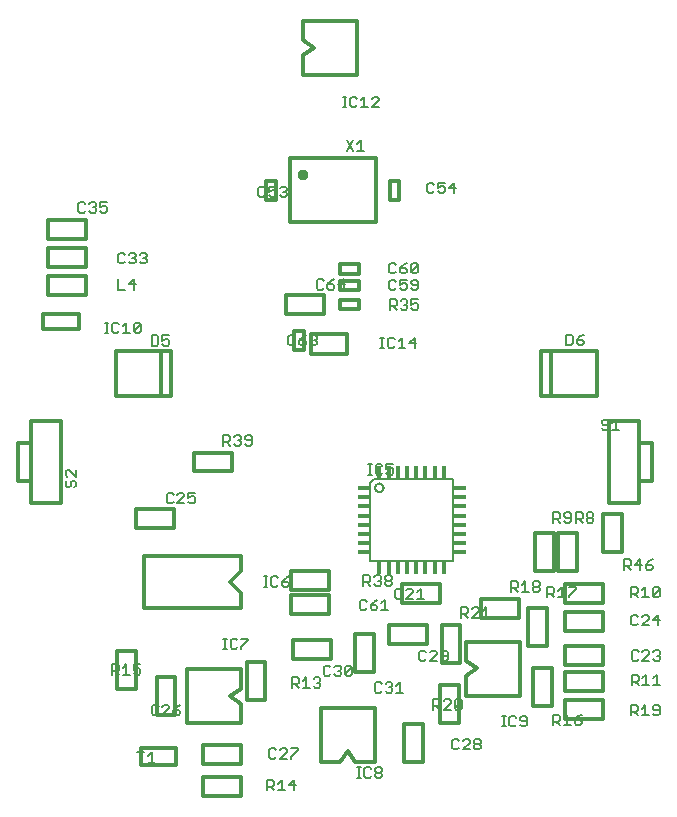
<source format=gbo>
G75*
G70*
%OFA0B0*%
%FSLAX24Y24*%
%IPPOS*%
%LPD*%
%AMOC8*
5,1,8,0,0,1.08239X$1,22.5*
%
%ADD10C,0.0118*%
%ADD11C,0.0050*%
%ADD12C,0.0060*%
%ADD13R,0.0180X0.0390*%
%ADD14R,0.0180X0.0390*%
%ADD15R,0.0390X0.0180*%
%ADD16R,0.0390X0.0180*%
%ADD17C,0.0375*%
D10*
X004002Y006249D02*
X004631Y006249D01*
X004631Y007509D01*
X004002Y007509D01*
X004002Y006249D01*
X005314Y006634D02*
X005314Y005374D01*
X005944Y005374D01*
X005944Y006634D01*
X005314Y006634D01*
X006324Y006919D02*
X006324Y005119D01*
X008124Y005119D01*
X008124Y005719D01*
X008129Y005754D02*
X007754Y006004D01*
X008129Y006254D01*
X008124Y006319D02*
X008124Y006919D01*
X006324Y006919D01*
X004884Y008941D02*
X004884Y010691D01*
X008124Y010691D01*
X008124Y010191D01*
X008129Y010191D02*
X007754Y009817D01*
X008129Y009441D01*
X008124Y009441D02*
X008124Y008941D01*
X004884Y008941D01*
X004624Y011626D02*
X005884Y011626D01*
X005884Y012256D01*
X004624Y012256D01*
X004624Y011626D01*
X006561Y013502D02*
X007821Y013502D01*
X007821Y014131D01*
X006561Y014131D01*
X006561Y013502D01*
X005804Y016006D02*
X005469Y016006D01*
X005469Y017502D01*
X005804Y017502D01*
X005804Y016006D01*
X005469Y016006D02*
X003954Y016006D01*
X003954Y017502D01*
X005469Y017502D01*
X002946Y019376D02*
X002946Y020006D01*
X001687Y020006D01*
X001687Y019376D01*
X002946Y019376D01*
X002729Y018744D02*
X002729Y018264D01*
X001529Y018264D01*
X001529Y018744D01*
X002729Y018744D01*
X002946Y020314D02*
X001687Y020314D01*
X001687Y020944D01*
X002946Y020944D01*
X002946Y020314D01*
X002946Y021252D02*
X002946Y021881D01*
X001687Y021881D01*
X001687Y021252D01*
X002946Y021252D01*
X002129Y015191D02*
X001129Y015191D01*
X001129Y014441D01*
X001129Y013192D01*
X000691Y013192D01*
X000691Y014441D01*
X001129Y014441D01*
X001129Y013192D02*
X001129Y012442D01*
X002129Y012442D01*
X002129Y015191D01*
X008314Y007134D02*
X008944Y007134D01*
X008944Y005874D01*
X008314Y005874D01*
X008314Y007134D01*
X009874Y007252D02*
X009874Y007881D01*
X011134Y007881D01*
X011134Y007252D01*
X009874Y007252D01*
X009811Y008752D02*
X011071Y008752D01*
X011071Y009381D01*
X009811Y009381D01*
X009811Y008752D01*
X009811Y009564D02*
X011071Y009564D01*
X011071Y010194D01*
X009811Y010194D01*
X009811Y009564D01*
X011939Y008071D02*
X011939Y006811D01*
X012569Y006811D01*
X012569Y008071D01*
X011939Y008071D01*
X013061Y008381D02*
X013061Y007752D01*
X014321Y007752D01*
X014321Y008381D01*
X013061Y008381D01*
X013499Y009126D02*
X014759Y009126D01*
X014759Y009756D01*
X013499Y009756D01*
X013499Y009126D01*
X014814Y008384D02*
X014814Y007124D01*
X015444Y007124D01*
X015444Y008384D01*
X014814Y008384D01*
X015634Y007826D02*
X015634Y007226D01*
X015629Y007192D02*
X016004Y006941D01*
X015629Y006692D01*
X015634Y006626D02*
X015634Y006026D01*
X017434Y006026D01*
X017434Y007826D01*
X015634Y007826D01*
X016124Y008626D02*
X016124Y009256D01*
X017384Y009256D01*
X017384Y008626D01*
X016124Y008626D01*
X017689Y008946D02*
X017689Y007687D01*
X018319Y007687D01*
X018319Y008946D01*
X017689Y008946D01*
X017939Y010187D02*
X018569Y010187D01*
X018569Y011446D01*
X017939Y011446D01*
X017939Y010187D01*
X018689Y010187D02*
X018689Y011446D01*
X019319Y011446D01*
X019319Y010187D01*
X018689Y010187D01*
X018937Y009756D02*
X018937Y009126D01*
X020196Y009126D01*
X020196Y009756D01*
X018937Y009756D01*
X018937Y008819D02*
X018937Y008189D01*
X020196Y008189D01*
X020196Y008819D01*
X018937Y008819D01*
X018937Y007694D02*
X018937Y007064D01*
X020196Y007064D01*
X020196Y007694D01*
X018937Y007694D01*
X018506Y006946D02*
X017876Y006946D01*
X017876Y005687D01*
X018506Y005687D01*
X018506Y006946D01*
X018937Y006819D02*
X018937Y006189D01*
X020196Y006189D01*
X020196Y006819D01*
X018937Y006819D01*
X018937Y005881D02*
X018937Y005252D01*
X020196Y005252D01*
X020196Y005881D01*
X018937Y005881D01*
X020189Y010811D02*
X020819Y010811D01*
X020819Y012071D01*
X020189Y012071D01*
X020189Y010811D01*
X020379Y012442D02*
X021379Y012442D01*
X021379Y013192D01*
X021379Y014441D01*
X021816Y014441D01*
X021816Y013192D01*
X021379Y013192D01*
X021379Y014441D02*
X021379Y015191D01*
X020379Y015191D01*
X020379Y012442D01*
X019992Y016006D02*
X018476Y016006D01*
X018476Y017502D01*
X019992Y017502D01*
X019992Y016006D01*
X018476Y016006D02*
X018141Y016006D01*
X018141Y017502D01*
X018476Y017502D01*
X013411Y022564D02*
X013096Y022564D01*
X013096Y023194D01*
X013411Y023194D01*
X013411Y022564D01*
X012629Y021816D02*
X012629Y023941D01*
X009754Y023941D01*
X009754Y021816D01*
X012629Y021816D01*
X012069Y020411D02*
X012069Y020096D01*
X011439Y020096D01*
X011439Y020411D01*
X012069Y020411D01*
X012069Y019849D02*
X012069Y019534D01*
X011439Y019534D01*
X011439Y019849D01*
X012069Y019849D01*
X012069Y019224D02*
X012069Y018909D01*
X011439Y018909D01*
X011439Y019224D01*
X012069Y019224D01*
X011677Y018089D02*
X011677Y017419D01*
X010456Y017419D01*
X010456Y018089D01*
X011677Y018089D01*
X010884Y018752D02*
X010884Y019381D01*
X009624Y019381D01*
X009624Y018752D01*
X010884Y018752D01*
X010224Y018194D02*
X010224Y017564D01*
X009909Y017564D01*
X009909Y018194D01*
X010224Y018194D01*
X009286Y022564D02*
X008971Y022564D01*
X008971Y023194D01*
X009286Y023194D01*
X009286Y022564D01*
X010196Y026714D02*
X010196Y027314D01*
X010191Y027379D02*
X010567Y027629D01*
X010191Y027879D01*
X010196Y027914D02*
X010196Y028514D01*
X011996Y028514D01*
X011996Y026714D01*
X010196Y026714D01*
X014752Y006384D02*
X014752Y005124D01*
X015381Y005124D01*
X015381Y006384D01*
X014752Y006384D01*
X014194Y005071D02*
X013564Y005071D01*
X013564Y003811D01*
X014194Y003811D01*
X014194Y005071D01*
X012607Y005621D02*
X012607Y003821D01*
X012007Y003821D01*
X011941Y003816D02*
X011692Y004191D01*
X011441Y003816D01*
X011407Y003821D02*
X010807Y003821D01*
X010807Y005621D01*
X012607Y005621D01*
X008134Y004381D02*
X008134Y003752D01*
X006874Y003752D01*
X006874Y004381D01*
X008134Y004381D01*
X008134Y003319D02*
X006874Y003319D01*
X006874Y002689D01*
X008134Y002689D01*
X008134Y003319D01*
X005969Y003728D02*
X004788Y003728D01*
X004788Y004280D01*
X005969Y004280D01*
X005969Y003728D01*
D11*
X005266Y003796D02*
X005037Y003796D01*
X005152Y003796D02*
X005152Y004140D01*
X005037Y004026D01*
X004904Y004140D02*
X004675Y004140D01*
X004789Y004140D02*
X004789Y003796D01*
X005206Y005377D02*
X005148Y005434D01*
X005148Y005663D01*
X005206Y005721D01*
X005320Y005721D01*
X005378Y005663D01*
X005511Y005663D02*
X005568Y005721D01*
X005683Y005721D01*
X005740Y005663D01*
X005740Y005606D01*
X005511Y005377D01*
X005740Y005377D01*
X005873Y005434D02*
X005873Y005549D01*
X006045Y005549D01*
X006102Y005491D01*
X006102Y005434D01*
X006045Y005377D01*
X005931Y005377D01*
X005873Y005434D01*
X005873Y005549D02*
X005988Y005663D01*
X006102Y005721D01*
X005378Y005434D02*
X005320Y005377D01*
X005206Y005377D01*
X004718Y006725D02*
X004603Y006725D01*
X004546Y006782D01*
X004546Y006897D02*
X004661Y006954D01*
X004718Y006954D01*
X004775Y006897D01*
X004775Y006782D01*
X004718Y006725D01*
X004546Y006897D02*
X004546Y007069D01*
X004775Y007069D01*
X004298Y007069D02*
X004298Y006725D01*
X004184Y006725D02*
X004413Y006725D01*
X004184Y006954D02*
X004298Y007069D01*
X004050Y007012D02*
X004050Y006897D01*
X003993Y006840D01*
X003821Y006840D01*
X003936Y006840D02*
X004050Y006725D01*
X003821Y006725D02*
X003821Y007069D01*
X003993Y007069D01*
X004050Y007012D01*
X007536Y007584D02*
X007651Y007584D01*
X007593Y007584D02*
X007593Y007928D01*
X007536Y007928D02*
X007651Y007928D01*
X007778Y007870D02*
X007778Y007641D01*
X007835Y007584D01*
X007950Y007584D01*
X008007Y007641D01*
X008140Y007641D02*
X008140Y007584D01*
X008140Y007641D02*
X008369Y007870D01*
X008369Y007928D01*
X008140Y007928D01*
X008007Y007870D02*
X007950Y007928D01*
X007835Y007928D01*
X007778Y007870D01*
X008894Y009654D02*
X009009Y009654D01*
X008952Y009654D02*
X008952Y009998D01*
X009009Y009998D02*
X008894Y009998D01*
X009136Y009940D02*
X009136Y009711D01*
X009193Y009654D01*
X009308Y009654D01*
X009365Y009711D01*
X009498Y009711D02*
X009498Y009826D01*
X009670Y009826D01*
X009728Y009768D01*
X009728Y009711D01*
X009670Y009654D01*
X009556Y009654D01*
X009498Y009711D01*
X009498Y009826D02*
X009613Y009940D01*
X009728Y009998D01*
X009365Y009940D02*
X009308Y009998D01*
X009193Y009998D01*
X009136Y009940D01*
X010935Y007023D02*
X010878Y006966D01*
X010878Y006736D01*
X010935Y006679D01*
X011050Y006679D01*
X011107Y006736D01*
X011241Y006736D02*
X011298Y006679D01*
X011413Y006679D01*
X011470Y006736D01*
X011470Y006794D01*
X011413Y006851D01*
X011355Y006851D01*
X011413Y006851D02*
X011470Y006908D01*
X011470Y006966D01*
X011413Y007023D01*
X011298Y007023D01*
X011241Y006966D01*
X011107Y006966D02*
X011050Y007023D01*
X010935Y007023D01*
X010718Y006632D02*
X010775Y006575D01*
X010775Y006517D01*
X010718Y006460D01*
X010775Y006403D01*
X010775Y006345D01*
X010718Y006288D01*
X010603Y006288D01*
X010546Y006345D01*
X010413Y006288D02*
X010184Y006288D01*
X010298Y006288D02*
X010298Y006632D01*
X010184Y006517D01*
X010050Y006460D02*
X009993Y006403D01*
X009821Y006403D01*
X009936Y006403D02*
X010050Y006288D01*
X010050Y006460D02*
X010050Y006575D01*
X009993Y006632D01*
X009821Y006632D01*
X009821Y006288D01*
X010546Y006575D02*
X010603Y006632D01*
X010718Y006632D01*
X010718Y006460D02*
X010661Y006460D01*
X011603Y006736D02*
X011832Y006966D01*
X011832Y006736D01*
X011775Y006679D01*
X011660Y006679D01*
X011603Y006736D01*
X011603Y006966D01*
X011660Y007023D01*
X011775Y007023D01*
X011832Y006966D01*
X012586Y006413D02*
X012586Y006184D01*
X012643Y006126D01*
X012758Y006126D01*
X012815Y006184D01*
X012948Y006184D02*
X013005Y006126D01*
X013120Y006126D01*
X013177Y006184D01*
X013177Y006241D01*
X013120Y006298D01*
X013063Y006298D01*
X013120Y006298D02*
X013177Y006355D01*
X013177Y006413D01*
X013120Y006470D01*
X013005Y006470D01*
X012948Y006413D01*
X012815Y006413D02*
X012758Y006470D01*
X012643Y006470D01*
X012586Y006413D01*
X013311Y006355D02*
X013425Y006470D01*
X013425Y006126D01*
X013311Y006126D02*
X013540Y006126D01*
X014523Y005908D02*
X014523Y005564D01*
X014523Y005679D02*
X014695Y005679D01*
X014753Y005736D01*
X014753Y005851D01*
X014695Y005908D01*
X014523Y005908D01*
X014638Y005679D02*
X014753Y005564D01*
X014886Y005564D02*
X015115Y005793D01*
X015115Y005851D01*
X015058Y005908D01*
X014943Y005908D01*
X014886Y005851D01*
X014886Y005564D02*
X015115Y005564D01*
X015248Y005621D02*
X015478Y005851D01*
X015478Y005621D01*
X015420Y005564D01*
X015306Y005564D01*
X015248Y005621D01*
X015248Y005851D01*
X015306Y005908D01*
X015420Y005908D01*
X015478Y005851D01*
X015582Y004579D02*
X015524Y004521D01*
X015582Y004579D02*
X015696Y004579D01*
X015754Y004521D01*
X015754Y004464D01*
X015524Y004235D01*
X015754Y004235D01*
X015887Y004292D02*
X015887Y004349D01*
X015944Y004407D01*
X016059Y004407D01*
X016116Y004349D01*
X016116Y004292D01*
X016059Y004235D01*
X015944Y004235D01*
X015887Y004292D01*
X015944Y004407D02*
X015887Y004464D01*
X015887Y004521D01*
X015944Y004579D01*
X016059Y004579D01*
X016116Y004521D01*
X016116Y004464D01*
X016059Y004407D01*
X015391Y004521D02*
X015334Y004579D01*
X015219Y004579D01*
X015162Y004521D01*
X015162Y004292D01*
X015219Y004235D01*
X015334Y004235D01*
X015391Y004292D01*
X016835Y004999D02*
X016950Y004999D01*
X016893Y004999D02*
X016893Y005343D01*
X016950Y005343D02*
X016835Y005343D01*
X017077Y005286D02*
X017077Y005057D01*
X017134Y004999D01*
X017249Y004999D01*
X017306Y005057D01*
X017439Y005057D02*
X017497Y004999D01*
X017611Y004999D01*
X017669Y005057D01*
X017669Y005286D01*
X017611Y005343D01*
X017497Y005343D01*
X017439Y005286D01*
X017439Y005229D01*
X017497Y005171D01*
X017669Y005171D01*
X017306Y005286D02*
X017249Y005343D01*
X017134Y005343D01*
X017077Y005286D01*
X018529Y005392D02*
X018529Y005048D01*
X018529Y005162D02*
X018701Y005162D01*
X018758Y005220D01*
X018758Y005334D01*
X018701Y005392D01*
X018529Y005392D01*
X018643Y005162D02*
X018758Y005048D01*
X018891Y005048D02*
X019120Y005048D01*
X019006Y005048D02*
X019006Y005392D01*
X018891Y005277D01*
X019254Y005220D02*
X019254Y005105D01*
X019311Y005048D01*
X019425Y005048D01*
X019483Y005105D01*
X019483Y005162D01*
X019425Y005220D01*
X019254Y005220D01*
X019368Y005334D01*
X019483Y005392D01*
X021128Y005367D02*
X021128Y005711D01*
X021300Y005711D01*
X021357Y005653D01*
X021357Y005539D01*
X021300Y005481D01*
X021128Y005481D01*
X021243Y005481D02*
X021357Y005367D01*
X021491Y005367D02*
X021720Y005367D01*
X021605Y005367D02*
X021605Y005711D01*
X021491Y005596D01*
X021853Y005596D02*
X021910Y005539D01*
X022082Y005539D01*
X022082Y005653D02*
X022025Y005711D01*
X021910Y005711D01*
X021853Y005653D01*
X021853Y005596D01*
X021853Y005424D02*
X021910Y005367D01*
X022025Y005367D01*
X022082Y005424D01*
X022082Y005653D01*
X022102Y006377D02*
X021873Y006377D01*
X021988Y006377D02*
X021988Y006721D01*
X021873Y006606D01*
X021740Y006377D02*
X021511Y006377D01*
X021625Y006377D02*
X021625Y006721D01*
X021511Y006606D01*
X021378Y006663D02*
X021378Y006549D01*
X021320Y006491D01*
X021148Y006491D01*
X021148Y006377D02*
X021148Y006721D01*
X021320Y006721D01*
X021378Y006663D01*
X021263Y006491D02*
X021378Y006377D01*
X021320Y007189D02*
X021378Y007246D01*
X021320Y007189D02*
X021206Y007189D01*
X021148Y007246D01*
X021148Y007475D01*
X021206Y007533D01*
X021320Y007533D01*
X021378Y007475D01*
X021511Y007475D02*
X021568Y007533D01*
X021683Y007533D01*
X021740Y007475D01*
X021740Y007418D01*
X021511Y007189D01*
X021740Y007189D01*
X021873Y007246D02*
X021931Y007189D01*
X022045Y007189D01*
X022102Y007246D01*
X022102Y007303D01*
X022045Y007361D01*
X021988Y007361D01*
X022045Y007361D02*
X022102Y007418D01*
X022102Y007475D01*
X022045Y007533D01*
X021931Y007533D01*
X021873Y007475D01*
X022025Y008367D02*
X022025Y008711D01*
X021853Y008539D01*
X022082Y008539D01*
X021720Y008596D02*
X021720Y008653D01*
X021663Y008711D01*
X021548Y008711D01*
X021491Y008653D01*
X021357Y008653D02*
X021300Y008711D01*
X021185Y008711D01*
X021128Y008653D01*
X021128Y008424D01*
X021185Y008367D01*
X021300Y008367D01*
X021357Y008424D01*
X021491Y008367D02*
X021720Y008596D01*
X021720Y008367D02*
X021491Y008367D01*
X021491Y009304D02*
X021720Y009304D01*
X021605Y009304D02*
X021605Y009648D01*
X021491Y009533D01*
X021357Y009476D02*
X021300Y009419D01*
X021128Y009419D01*
X021243Y009419D02*
X021357Y009304D01*
X021357Y009476D02*
X021357Y009591D01*
X021300Y009648D01*
X021128Y009648D01*
X021128Y009304D01*
X021121Y010225D02*
X021007Y010340D01*
X021064Y010340D02*
X020892Y010340D01*
X020892Y010225D02*
X020892Y010569D01*
X021064Y010569D01*
X021121Y010512D01*
X021121Y010397D01*
X021064Y010340D01*
X021254Y010397D02*
X021484Y010397D01*
X021617Y010397D02*
X021617Y010283D01*
X021674Y010225D01*
X021789Y010225D01*
X021846Y010283D01*
X021846Y010340D01*
X021789Y010397D01*
X021617Y010397D01*
X021732Y010512D01*
X021846Y010569D01*
X021426Y010569D02*
X021426Y010225D01*
X021254Y010397D02*
X021426Y010569D01*
X021910Y009648D02*
X022025Y009648D01*
X022082Y009591D01*
X021853Y009361D01*
X021910Y009304D01*
X022025Y009304D01*
X022082Y009361D01*
X022082Y009591D01*
X021910Y009648D02*
X021853Y009591D01*
X021853Y009361D01*
X019819Y011788D02*
X019705Y011788D01*
X019647Y011845D01*
X019647Y011903D01*
X019705Y011960D01*
X019819Y011960D01*
X019877Y011903D01*
X019877Y011845D01*
X019819Y011788D01*
X019819Y011960D02*
X019877Y012017D01*
X019877Y012075D01*
X019819Y012132D01*
X019705Y012132D01*
X019647Y012075D01*
X019647Y012017D01*
X019705Y011960D01*
X019514Y011960D02*
X019514Y012075D01*
X019457Y012132D01*
X019285Y012132D01*
X019285Y011788D01*
X019285Y011903D02*
X019457Y011903D01*
X019514Y011960D01*
X019399Y011903D02*
X019514Y011788D01*
X019127Y011845D02*
X019127Y012075D01*
X019069Y012132D01*
X018955Y012132D01*
X018897Y012075D01*
X018897Y012017D01*
X018955Y011960D01*
X019127Y011960D01*
X019127Y011845D02*
X019069Y011788D01*
X018955Y011788D01*
X018897Y011845D01*
X018764Y011788D02*
X018649Y011903D01*
X018707Y011903D02*
X018535Y011903D01*
X018535Y011788D02*
X018535Y012132D01*
X018707Y012132D01*
X018764Y012075D01*
X018764Y011960D01*
X018707Y011903D01*
X018025Y009836D02*
X017910Y009836D01*
X017853Y009778D01*
X017853Y009721D01*
X017910Y009664D01*
X018025Y009664D01*
X018082Y009606D01*
X018082Y009549D01*
X018025Y009492D01*
X017910Y009492D01*
X017853Y009549D01*
X017853Y009606D01*
X017910Y009664D01*
X018025Y009664D02*
X018082Y009721D01*
X018082Y009778D01*
X018025Y009836D01*
X018341Y009642D02*
X018513Y009642D01*
X018570Y009584D01*
X018570Y009470D01*
X018513Y009412D01*
X018341Y009412D01*
X018341Y009298D02*
X018341Y009642D01*
X018456Y009412D02*
X018570Y009298D01*
X018704Y009298D02*
X018933Y009298D01*
X018818Y009298D02*
X018818Y009642D01*
X018704Y009527D01*
X019066Y009642D02*
X019295Y009642D01*
X019295Y009584D01*
X019066Y009355D01*
X019066Y009298D01*
X017720Y009492D02*
X017491Y009492D01*
X017605Y009492D02*
X017605Y009836D01*
X017491Y009721D01*
X017357Y009778D02*
X017357Y009664D01*
X017300Y009606D01*
X017128Y009606D01*
X017128Y009492D02*
X017128Y009836D01*
X017300Y009836D01*
X017357Y009778D01*
X017243Y009606D02*
X017357Y009492D01*
X016300Y008970D02*
X016300Y008626D01*
X016186Y008626D02*
X016415Y008626D01*
X016186Y008855D02*
X016300Y008970D01*
X016053Y008913D02*
X015995Y008970D01*
X015881Y008970D01*
X015823Y008913D01*
X015690Y008913D02*
X015690Y008798D01*
X015633Y008741D01*
X015461Y008741D01*
X015575Y008741D02*
X015690Y008626D01*
X015823Y008626D02*
X016053Y008855D01*
X016053Y008913D01*
X016053Y008626D02*
X015823Y008626D01*
X015690Y008913D02*
X015633Y008970D01*
X015461Y008970D01*
X015461Y008626D01*
X014962Y007523D02*
X014848Y007523D01*
X014791Y007466D01*
X014791Y007408D01*
X014848Y007351D01*
X015020Y007351D01*
X015020Y007236D02*
X015020Y007466D01*
X014962Y007523D01*
X015020Y007236D02*
X014962Y007179D01*
X014848Y007179D01*
X014791Y007236D01*
X014657Y007179D02*
X014428Y007179D01*
X014657Y007408D01*
X014657Y007466D01*
X014600Y007523D01*
X014485Y007523D01*
X014428Y007466D01*
X014295Y007466D02*
X014238Y007523D01*
X014123Y007523D01*
X014066Y007466D01*
X014066Y007236D01*
X014123Y007179D01*
X014238Y007179D01*
X014295Y007236D01*
X014228Y009251D02*
X013998Y009251D01*
X014113Y009251D02*
X014113Y009595D01*
X013998Y009481D01*
X013865Y009481D02*
X013865Y009538D01*
X013808Y009595D01*
X013693Y009595D01*
X013636Y009538D01*
X013503Y009538D02*
X013445Y009595D01*
X013331Y009595D01*
X013273Y009538D01*
X013273Y009309D01*
X013331Y009251D01*
X013445Y009251D01*
X013503Y009309D01*
X013636Y009251D02*
X013865Y009481D01*
X013865Y009251D02*
X013636Y009251D01*
X013165Y009746D02*
X013107Y009689D01*
X012993Y009689D01*
X012935Y009746D01*
X012935Y009803D01*
X012993Y009861D01*
X013107Y009861D01*
X013165Y009803D01*
X013165Y009746D01*
X013107Y009861D02*
X013165Y009918D01*
X013165Y009975D01*
X013107Y010033D01*
X012993Y010033D01*
X012935Y009975D01*
X012935Y009918D01*
X012993Y009861D01*
X012802Y009918D02*
X012745Y009861D01*
X012802Y009803D01*
X012802Y009746D01*
X012745Y009689D01*
X012630Y009689D01*
X012573Y009746D01*
X012440Y009689D02*
X012325Y009803D01*
X012382Y009803D02*
X012210Y009803D01*
X012210Y009689D02*
X012210Y010033D01*
X012382Y010033D01*
X012440Y009975D01*
X012440Y009861D01*
X012382Y009803D01*
X012573Y009975D02*
X012630Y010033D01*
X012745Y010033D01*
X012802Y009975D01*
X012802Y009918D01*
X012745Y009861D02*
X012688Y009861D01*
X012677Y009221D02*
X012563Y009163D01*
X012448Y009049D01*
X012620Y009049D01*
X012677Y008991D01*
X012677Y008934D01*
X012620Y008877D01*
X012505Y008877D01*
X012448Y008934D01*
X012448Y009049D01*
X012315Y009163D02*
X012258Y009221D01*
X012143Y009221D01*
X012086Y009163D01*
X012086Y008934D01*
X012143Y008877D01*
X012258Y008877D01*
X012315Y008934D01*
X012811Y008877D02*
X013040Y008877D01*
X012925Y008877D02*
X012925Y009221D01*
X012811Y009106D01*
X012784Y013396D02*
X012841Y013454D01*
X012784Y013396D02*
X012669Y013396D01*
X012612Y013454D01*
X012612Y013683D01*
X012669Y013740D01*
X012784Y013740D01*
X012841Y013683D01*
X012974Y013740D02*
X012974Y013568D01*
X013089Y013626D01*
X013146Y013626D01*
X013204Y013568D01*
X013204Y013454D01*
X013146Y013396D01*
X013032Y013396D01*
X012974Y013454D01*
X012974Y013740D02*
X013204Y013740D01*
X012485Y013740D02*
X012370Y013740D01*
X012428Y013740D02*
X012428Y013396D01*
X012485Y013396D02*
X012370Y013396D01*
X012777Y017619D02*
X012891Y017619D01*
X012834Y017619D02*
X012834Y017963D01*
X012777Y017963D02*
X012891Y017963D01*
X013018Y017906D02*
X013018Y017676D01*
X013076Y017619D01*
X013190Y017619D01*
X013248Y017676D01*
X013381Y017619D02*
X013610Y017619D01*
X013495Y017619D02*
X013495Y017963D01*
X013381Y017848D01*
X013248Y017906D02*
X013190Y017963D01*
X013076Y017963D01*
X013018Y017906D01*
X013086Y018888D02*
X013086Y019232D01*
X013258Y019232D01*
X013315Y019175D01*
X013315Y019060D01*
X013258Y019003D01*
X013086Y019003D01*
X013200Y019003D02*
X013315Y018888D01*
X013448Y018946D02*
X013505Y018888D01*
X013620Y018888D01*
X013677Y018946D01*
X013677Y019003D01*
X013620Y019060D01*
X013563Y019060D01*
X013620Y019060D02*
X013677Y019118D01*
X013677Y019175D01*
X013620Y019232D01*
X013505Y019232D01*
X013448Y019175D01*
X013485Y019542D02*
X013428Y019599D01*
X013485Y019542D02*
X013600Y019542D01*
X013657Y019599D01*
X013657Y019714D01*
X013600Y019771D01*
X013543Y019771D01*
X013428Y019714D01*
X013428Y019886D01*
X013657Y019886D01*
X013791Y019829D02*
X013791Y019771D01*
X013848Y019714D01*
X014020Y019714D01*
X014020Y019599D02*
X014020Y019829D01*
X013962Y019886D01*
X013848Y019886D01*
X013791Y019829D01*
X013791Y019599D02*
X013848Y019542D01*
X013962Y019542D01*
X014020Y019599D01*
X014040Y019232D02*
X013811Y019232D01*
X013811Y019060D01*
X013925Y019118D01*
X013983Y019118D01*
X014040Y019060D01*
X014040Y018946D01*
X013983Y018888D01*
X013868Y018888D01*
X013811Y018946D01*
X013238Y019542D02*
X013295Y019599D01*
X013238Y019542D02*
X013123Y019542D01*
X013066Y019599D01*
X013066Y019829D01*
X013123Y019886D01*
X013238Y019886D01*
X013295Y019829D01*
X013238Y020105D02*
X013295Y020162D01*
X013238Y020105D02*
X013123Y020105D01*
X013066Y020162D01*
X013066Y020391D01*
X013123Y020449D01*
X013238Y020449D01*
X013295Y020391D01*
X013428Y020276D02*
X013600Y020276D01*
X013657Y020219D01*
X013657Y020162D01*
X013600Y020105D01*
X013485Y020105D01*
X013428Y020162D01*
X013428Y020276D01*
X013543Y020391D01*
X013657Y020449D01*
X013791Y020391D02*
X013848Y020449D01*
X013962Y020449D01*
X014020Y020391D01*
X013791Y020162D01*
X013848Y020105D01*
X013962Y020105D01*
X014020Y020162D01*
X014020Y020391D01*
X013791Y020391D02*
X013791Y020162D01*
X013915Y017963D02*
X013743Y017791D01*
X013972Y017791D01*
X013915Y017619D02*
X013915Y017963D01*
X011545Y019564D02*
X011545Y019908D01*
X011373Y019736D01*
X011602Y019736D01*
X011240Y019679D02*
X011183Y019736D01*
X011011Y019736D01*
X011011Y019621D01*
X011068Y019564D01*
X011183Y019564D01*
X011240Y019621D01*
X011240Y019679D01*
X011125Y019851D02*
X011011Y019736D01*
X011125Y019851D02*
X011240Y019908D01*
X010878Y019851D02*
X010820Y019908D01*
X010706Y019908D01*
X010648Y019851D01*
X010648Y019621D01*
X010706Y019564D01*
X010820Y019564D01*
X010878Y019621D01*
X010608Y018045D02*
X010493Y018045D01*
X010436Y017987D01*
X010303Y018045D02*
X010188Y017987D01*
X010073Y017873D01*
X010245Y017873D01*
X010303Y017815D01*
X010303Y017758D01*
X010245Y017701D01*
X010131Y017701D01*
X010073Y017758D01*
X010073Y017873D01*
X009940Y017987D02*
X009883Y018045D01*
X009768Y018045D01*
X009711Y017987D01*
X009711Y017758D01*
X009768Y017701D01*
X009883Y017701D01*
X009940Y017758D01*
X010436Y017758D02*
X010493Y017701D01*
X010608Y017701D01*
X010665Y017758D01*
X010665Y017815D01*
X010608Y017873D01*
X010550Y017873D01*
X010608Y017873D02*
X010665Y017930D01*
X010665Y017987D01*
X010608Y018045D01*
X008434Y014704D02*
X008319Y014704D01*
X008262Y014647D01*
X008262Y014590D01*
X008319Y014532D01*
X008491Y014532D01*
X008491Y014418D02*
X008491Y014647D01*
X008434Y014704D01*
X008491Y014418D02*
X008434Y014360D01*
X008319Y014360D01*
X008262Y014418D01*
X008129Y014418D02*
X008071Y014360D01*
X007957Y014360D01*
X007899Y014418D01*
X007766Y014360D02*
X007651Y014475D01*
X007709Y014475D02*
X007537Y014475D01*
X007537Y014360D02*
X007537Y014704D01*
X007709Y014704D01*
X007766Y014647D01*
X007766Y014532D01*
X007709Y014475D01*
X007899Y014647D02*
X007957Y014704D01*
X008071Y014704D01*
X008129Y014647D01*
X008129Y014590D01*
X008071Y014532D01*
X008129Y014475D01*
X008129Y014418D01*
X008071Y014532D02*
X008014Y014532D01*
X006602Y012783D02*
X006373Y012783D01*
X006373Y012611D01*
X006488Y012668D01*
X006545Y012668D01*
X006602Y012611D01*
X006602Y012496D01*
X006545Y012439D01*
X006431Y012439D01*
X006373Y012496D01*
X006240Y012439D02*
X006011Y012439D01*
X006240Y012668D01*
X006240Y012725D01*
X006183Y012783D01*
X006068Y012783D01*
X006011Y012725D01*
X005878Y012725D02*
X005820Y012783D01*
X005706Y012783D01*
X005648Y012725D01*
X005648Y012496D01*
X005706Y012439D01*
X005820Y012439D01*
X005878Y012496D01*
X002623Y013024D02*
X002565Y012967D01*
X002623Y013024D02*
X002623Y013139D01*
X002565Y013196D01*
X002508Y013196D01*
X002451Y013139D01*
X002451Y013024D01*
X002393Y012967D01*
X002336Y012967D01*
X002279Y013024D01*
X002279Y013139D01*
X002336Y013196D01*
X002336Y013329D02*
X002279Y013387D01*
X002279Y013501D01*
X002336Y013559D01*
X002393Y013559D01*
X002623Y013329D01*
X002623Y013559D01*
X005146Y017688D02*
X005318Y017688D01*
X005375Y017746D01*
X005375Y017975D01*
X005318Y018032D01*
X005146Y018032D01*
X005146Y017688D01*
X004727Y018119D02*
X004613Y018119D01*
X004555Y018176D01*
X004785Y018406D01*
X004785Y018176D01*
X004727Y018119D01*
X004555Y018176D02*
X004555Y018406D01*
X004613Y018463D01*
X004727Y018463D01*
X004785Y018406D01*
X004422Y018119D02*
X004193Y018119D01*
X004308Y018119D02*
X004308Y018463D01*
X004193Y018348D01*
X004060Y018406D02*
X004002Y018463D01*
X003888Y018463D01*
X003830Y018406D01*
X003830Y018176D01*
X003888Y018119D01*
X004002Y018119D01*
X004060Y018176D01*
X003703Y018119D02*
X003589Y018119D01*
X003646Y018119D02*
X003646Y018463D01*
X003589Y018463D02*
X003703Y018463D01*
X004023Y019564D02*
X004253Y019564D01*
X004386Y019736D02*
X004615Y019736D01*
X004558Y019564D02*
X004558Y019908D01*
X004386Y019736D01*
X004023Y019908D02*
X004023Y019564D01*
X004081Y020439D02*
X004023Y020496D01*
X004023Y020725D01*
X004081Y020783D01*
X004195Y020783D01*
X004253Y020725D01*
X004386Y020725D02*
X004443Y020783D01*
X004558Y020783D01*
X004615Y020725D01*
X004615Y020668D01*
X004558Y020611D01*
X004615Y020553D01*
X004615Y020496D01*
X004558Y020439D01*
X004443Y020439D01*
X004386Y020496D01*
X004253Y020496D02*
X004195Y020439D01*
X004081Y020439D01*
X004501Y020611D02*
X004558Y020611D01*
X004748Y020725D02*
X004806Y020783D01*
X004920Y020783D01*
X004978Y020725D01*
X004978Y020668D01*
X004920Y020611D01*
X004978Y020553D01*
X004978Y020496D01*
X004920Y020439D01*
X004806Y020439D01*
X004748Y020496D01*
X004863Y020611D02*
X004920Y020611D01*
X003608Y022127D02*
X003493Y022127D01*
X003436Y022184D01*
X003436Y022299D02*
X003550Y022356D01*
X003608Y022356D01*
X003665Y022299D01*
X003665Y022184D01*
X003608Y022127D01*
X003436Y022299D02*
X003436Y022471D01*
X003665Y022471D01*
X003303Y022413D02*
X003303Y022356D01*
X003245Y022299D01*
X003303Y022241D01*
X003303Y022184D01*
X003245Y022127D01*
X003131Y022127D01*
X003073Y022184D01*
X002940Y022184D02*
X002883Y022127D01*
X002768Y022127D01*
X002711Y022184D01*
X002711Y022413D01*
X002768Y022471D01*
X002883Y022471D01*
X002940Y022413D01*
X003073Y022413D02*
X003131Y022471D01*
X003245Y022471D01*
X003303Y022413D01*
X003245Y022299D02*
X003188Y022299D01*
X005508Y018032D02*
X005508Y017860D01*
X005623Y017918D01*
X005680Y017918D01*
X005738Y017860D01*
X005738Y017746D01*
X005680Y017688D01*
X005566Y017688D01*
X005508Y017746D01*
X005508Y018032D02*
X005738Y018032D01*
X008761Y022651D02*
X008876Y022651D01*
X008933Y022708D01*
X009067Y022708D02*
X009124Y022651D01*
X009239Y022651D01*
X009296Y022708D01*
X009296Y022823D01*
X009239Y022880D01*
X009181Y022880D01*
X009067Y022823D01*
X009067Y022995D01*
X009296Y022995D01*
X009429Y022937D02*
X009486Y022995D01*
X009601Y022995D01*
X009658Y022937D01*
X009658Y022880D01*
X009601Y022823D01*
X009658Y022765D01*
X009658Y022708D01*
X009601Y022651D01*
X009486Y022651D01*
X009429Y022708D01*
X009544Y022823D02*
X009601Y022823D01*
X008933Y022937D02*
X008876Y022995D01*
X008761Y022995D01*
X008704Y022937D01*
X008704Y022708D01*
X008761Y022651D01*
X011645Y024197D02*
X011875Y024541D01*
X012008Y024427D02*
X012123Y024541D01*
X012123Y024197D01*
X012237Y024197D02*
X012008Y024197D01*
X011875Y024197D02*
X011645Y024541D01*
X011638Y025643D02*
X011524Y025643D01*
X011581Y025643D02*
X011581Y025987D01*
X011524Y025987D02*
X011638Y025987D01*
X011765Y025929D02*
X011765Y025700D01*
X011823Y025643D01*
X011937Y025643D01*
X011995Y025700D01*
X012128Y025643D02*
X012357Y025643D01*
X012243Y025643D02*
X012243Y025987D01*
X012128Y025872D01*
X011995Y025929D02*
X011937Y025987D01*
X011823Y025987D01*
X011765Y025929D01*
X012490Y025929D02*
X012548Y025987D01*
X012662Y025987D01*
X012720Y025929D01*
X012720Y025872D01*
X012490Y025643D01*
X012720Y025643D01*
X014387Y023119D02*
X014329Y023062D01*
X014329Y022833D01*
X014387Y022775D01*
X014501Y022775D01*
X014559Y022833D01*
X014692Y022833D02*
X014749Y022775D01*
X014864Y022775D01*
X014921Y022833D01*
X014921Y022947D01*
X014864Y023005D01*
X014806Y023005D01*
X014692Y022947D01*
X014692Y023119D01*
X014921Y023119D01*
X015054Y022947D02*
X015284Y022947D01*
X015226Y022775D02*
X015226Y023119D01*
X015054Y022947D01*
X014559Y023062D02*
X014501Y023119D01*
X014387Y023119D01*
X018966Y018060D02*
X018966Y017716D01*
X019138Y017716D01*
X019196Y017774D01*
X019196Y018003D01*
X019138Y018060D01*
X018966Y018060D01*
X019329Y017888D02*
X019329Y017774D01*
X019386Y017716D01*
X019501Y017716D01*
X019558Y017774D01*
X019558Y017831D01*
X019501Y017888D01*
X019329Y017888D01*
X019443Y018003D01*
X019558Y018060D01*
X020203Y015229D02*
X020145Y015172D01*
X020145Y015115D01*
X020203Y015057D01*
X020317Y015057D01*
X020375Y015000D01*
X020375Y014943D01*
X020317Y014885D01*
X020203Y014885D01*
X020145Y014943D01*
X020203Y015229D02*
X020317Y015229D01*
X020375Y015172D01*
X020508Y015115D02*
X020623Y015229D01*
X020623Y014885D01*
X020737Y014885D02*
X020508Y014885D01*
X012777Y003634D02*
X012834Y003577D01*
X012834Y003519D01*
X012777Y003462D01*
X012662Y003462D01*
X012605Y003519D01*
X012605Y003577D01*
X012662Y003634D01*
X012777Y003634D01*
X012777Y003462D02*
X012834Y003405D01*
X012834Y003347D01*
X012777Y003290D01*
X012662Y003290D01*
X012605Y003347D01*
X012605Y003405D01*
X012662Y003462D01*
X012472Y003577D02*
X012414Y003634D01*
X012300Y003634D01*
X012242Y003577D01*
X012242Y003347D01*
X012300Y003290D01*
X012414Y003290D01*
X012472Y003347D01*
X012115Y003290D02*
X012001Y003290D01*
X012058Y003290D02*
X012058Y003634D01*
X012001Y003634D02*
X012115Y003634D01*
X010020Y004216D02*
X009791Y003987D01*
X009791Y003929D01*
X009657Y003929D02*
X009428Y003929D01*
X009657Y004159D01*
X009657Y004216D01*
X009600Y004273D01*
X009485Y004273D01*
X009428Y004216D01*
X009295Y004216D02*
X009238Y004273D01*
X009123Y004273D01*
X009066Y004216D01*
X009066Y003987D01*
X009123Y003929D01*
X009238Y003929D01*
X009295Y003987D01*
X009791Y004273D02*
X010020Y004273D01*
X010020Y004216D01*
X009900Y003211D02*
X009728Y003039D01*
X009957Y003039D01*
X009900Y002867D02*
X009900Y003211D01*
X009480Y003211D02*
X009480Y002867D01*
X009365Y002867D02*
X009595Y002867D01*
X009365Y003096D02*
X009480Y003211D01*
X009232Y003153D02*
X009232Y003039D01*
X009175Y002981D01*
X009003Y002981D01*
X009003Y002867D02*
X009003Y003211D01*
X009175Y003211D01*
X009232Y003153D01*
X009118Y002981D02*
X009232Y002867D01*
D12*
X012437Y010499D02*
X012437Y013119D01*
X012576Y013259D01*
X015196Y013259D01*
X015196Y010499D01*
X012437Y010499D01*
X012596Y012959D02*
X012598Y012982D01*
X012604Y013005D01*
X012613Y013026D01*
X012626Y013046D01*
X012642Y013063D01*
X012660Y013077D01*
X012680Y013088D01*
X012702Y013096D01*
X012725Y013100D01*
X012749Y013100D01*
X012772Y013096D01*
X012794Y013088D01*
X012814Y013077D01*
X012832Y013063D01*
X012848Y013046D01*
X012861Y013026D01*
X012870Y013005D01*
X012876Y012982D01*
X012878Y012959D01*
X012876Y012936D01*
X012870Y012913D01*
X012861Y012892D01*
X012848Y012872D01*
X012832Y012855D01*
X012814Y012841D01*
X012794Y012830D01*
X012772Y012822D01*
X012749Y012818D01*
X012725Y012818D01*
X012702Y012822D01*
X012680Y012830D01*
X012660Y012841D01*
X012642Y012855D01*
X012626Y012872D01*
X012613Y012892D01*
X012604Y012913D01*
X012598Y012936D01*
X012596Y012959D01*
D13*
X013667Y013474D03*
X013967Y013474D03*
X013967Y010284D03*
X013667Y010284D03*
D14*
X013356Y010284D03*
X013047Y010284D03*
X012736Y010284D03*
X014277Y010284D03*
X014586Y010284D03*
X014897Y010284D03*
X014897Y013474D03*
X014586Y013474D03*
X014277Y013474D03*
X013356Y013474D03*
X013047Y013474D03*
X012736Y013474D03*
D15*
X012221Y012029D03*
X012221Y011729D03*
X015412Y011729D03*
X015412Y012029D03*
D16*
X015412Y012339D03*
X015412Y012649D03*
X015412Y012959D03*
X015412Y011419D03*
X015412Y011109D03*
X015412Y010799D03*
X012221Y010799D03*
X012221Y011109D03*
X012221Y011419D03*
X012221Y012339D03*
X012221Y012649D03*
X012221Y012959D03*
D17*
X010191Y023379D03*
M02*

</source>
